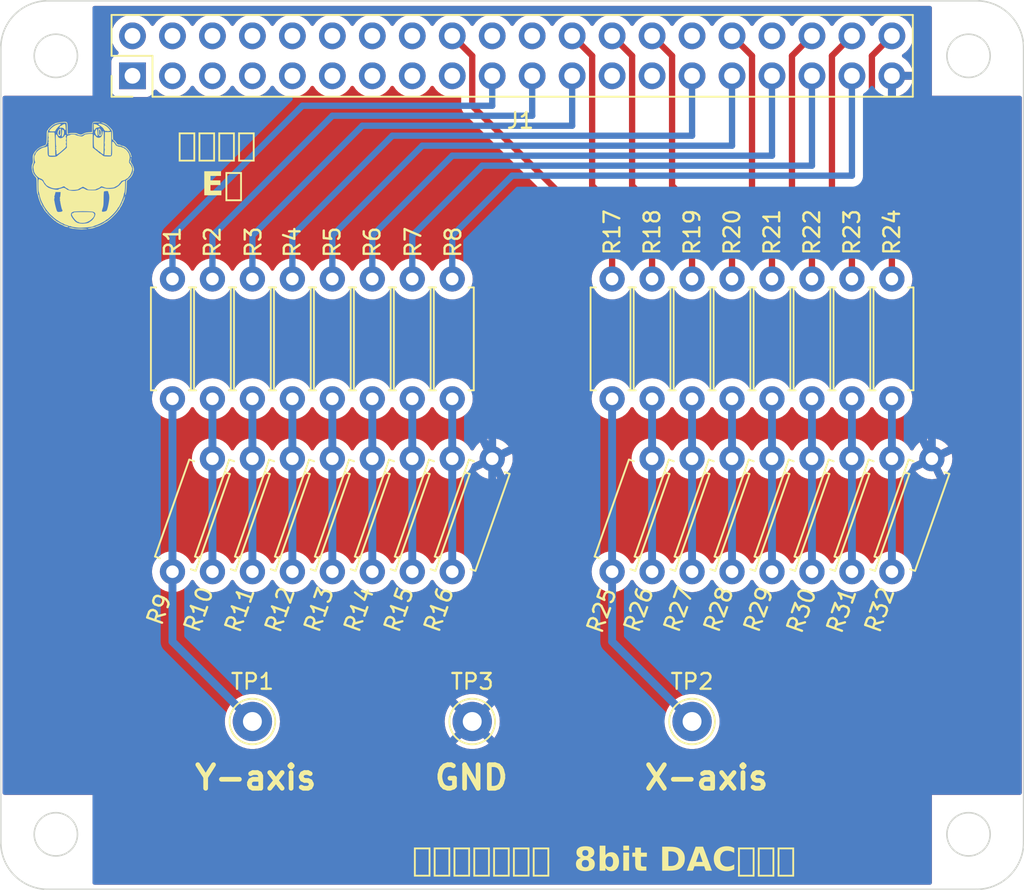
<source format=kicad_pcb>
(kicad_pcb (version 20221018) (generator pcbnew)
  (layers (0 "F.Cu" signal) (31 "B.Cu" signal) (34 "B.Paste" user) (35 "F.Paste" user) (36 "B.SilkS" user "B.Silkscreen") (37 "F.SilkS" user "F.Silkscreen") (38 "B.Mask" user) (39 "F.Mask" user) (44 "Edge.Cuts" user))
  (net 0 "")
  (net 1 "GND")
  (net 2 "Net-(R17-Pad2)")
  (net 3 "Net-(R1-Pad2)")
  (net 4 "axis_x6")
  (net 5 "Net-(R10-Pad1)")
  (net 6 "axis_x5")
  (net 7 "Net-(R11-Pad1)")
  (net 8 "axis_x4")
  (net 9 "Net-(R12-Pad1)")
  (net 10 "axis_x3")
  (net 11 "Net-(R13-Pad1)")
  (net 12 "axis_x2")
  (net 13 "Net-(R14-Pad1)")
  (net 14 "axis_x1")
  (net 15 "Net-(R15-Pad1)")
  (net 16 "Net-(R10-Pad2)")
  (net 17 "axis_y8")
  (net 18 "axis_y7")
  (net 19 "Net-(R18-Pad2)")
  (net 20 "axis_y6")
  (net 21 "Net-(R19-Pad2)")
  (net 22 "axis_y5")
  (net 23 "Net-(R20-Pad2)")
  (net 24 "axis_y4")
  (net 25 "Net-(R21-Pad2)")
  (net 26 "axis_y3")
  (net 27 "Net-(R22-Pad2)")
  (net 28 "axis_y2")
  (net 29 "Net-(R23-Pad2)")
  (net 30 "axis_y1")
  (net 31 "Net-(R24-Pad2)")
  (net 32 "axis_x7")
  (net 33 "axis_x8")
  (footprint "TestPoint:TestPoint_THTPad_D2.5mm_Drill1.2mm" (layer "F.Cu") (at 159.21 123.50213 90)
    (fp_text reference "TP3" (at 2.54 0 180) (layer "F.SilkS"))
    (fp_text value "TestPoint" hide)
    (pad "1" thru_hole circle (at 0 0 90) (size 2.5 2.5) (drill 1.2) (layers "*.Cu" "*.Mask") (net 1 "GND"))
  )
  (footprint "Resistor_THT:R_Axial_DIN0207_L6.3mm_D2.5mm_P7.62mm_Horizontal" (layer "F.Cu") (at 178.259924 106.792871 -109.47)
    (fp_text reference "R28" (at 10.16 0 70.53) (layer "F.SilkS"))
    (fp_text value "1k" hide)
    (pad "1" thru_hole circle (at 0 0 250.53) (size 1.6 1.6) (drill 0.8) (layers "*.Cu" "*.Mask") (net 25 "Net-(R21-Pad2)"))
    (pad "2" thru_hole oval (at 7.62 0 250.53) (size 1.6 1.6) (drill 0.8) (layers "*.Cu" "*.Mask") (net 23 "Net-(R20-Pad2)"))
  )
  (footprint "Resistor_THT:R_Axial_DIN0207_L6.3mm_D2.5mm_P7.62mm_Horizontal" (layer "F.Cu") (at 152.859924 95.362871 -90)
    (fp_text reference "R6" (at -2.340741 -0.000153 90) (layer "F.SilkS"))
    (fp_text value "2k" hide)
    (pad "1" thru_hole circle (at 0 0 270) (size 1.6 1.6) (drill 0.8) (layers "*.Cu" "*.Mask") (net 26 "axis_y3"))
    (pad "2" thru_hole oval (at 7.62 0 270) (size 1.6 1.6) (drill 0.8) (layers "*.Cu" "*.Mask") (net 11 "Net-(R13-Pad1)"))
  )
  (footprint "Resistor_THT:R_Axial_DIN0207_L6.3mm_D2.5mm_P7.62mm_Horizontal" (layer "F.Cu") (at 147.779924 106.792871 -109.47)
    (fp_text reference "R11" (at 10.159847 -0.045309 70.53) (layer "F.SilkS"))
    (fp_text value "1k" hide)
    (pad "1" thru_hole circle (at 0 0 250.53) (size 1.6 1.6) (drill 0.8) (layers "*.Cu" "*.Mask") (net 7 "Net-(R11-Pad1)"))
    (pad "2" thru_hole oval (at 7.62 0 250.53) (size 1.6 1.6) (drill 0.8) (layers "*.Cu" "*.Mask") (net 5 "Net-(R10-Pad1)"))
  )
  (footprint "Resistor_THT:R_Axial_DIN0207_L6.3mm_D2.5mm_P7.62mm_Horizontal" (layer "F.Cu") (at 157.939924 95.362871 -90)
    (fp_text reference "R8" (at -2.340741 -0.055923 90) (layer "F.SilkS"))
    (fp_text value "2k" hide)
    (pad "1" thru_hole circle (at 0 0 270) (size 1.6 1.6) (drill 0.8) (layers "*.Cu" "*.Mask") (net 30 "axis_y1"))
    (pad "2" thru_hole oval (at 7.62 0 270) (size 1.6 1.6) (drill 0.8) (layers "*.Cu" "*.Mask") (net 15 "Net-(R15-Pad1)"))
  )
  (footprint "Resistor_THT:R_Axial_DIN0207_L6.3mm_D2.5mm_P7.62mm_Horizontal" (layer "F.Cu") (at 140.159924 95.362871 -90)
    (fp_text reference "R1" (at -2.340741 -0.000153 90) (layer "F.SilkS"))
    (fp_text value "2k" hide)
    (pad "1" thru_hole circle (at 0 0 270) (size 1.6 1.6) (drill 0.8) (layers "*.Cu" "*.Mask") (net 17 "axis_y8"))
    (pad "2" thru_hole oval (at 7.62 0 270) (size 1.6 1.6) (drill 0.8) (layers "*.Cu" "*.Mask") (net 3 "Net-(R1-Pad2)"))
  )
  (footprint "Resistor_THT:R_Axial_DIN0207_L6.3mm_D2.5mm_P7.62mm_Horizontal" (layer "F.Cu") (at 185.879924 95.362871 -90)
    (fp_text reference "R24" (at -2.975741 0 90) (layer "F.SilkS"))
    (fp_text value "2k" hide)
    (pad "1" thru_hole circle (at 0 0 270) (size 1.6 1.6) (drill 0.8) (layers "*.Cu" "*.Mask") (net 14 "axis_x1"))
    (pad "2" thru_hole oval (at 7.62 0 270) (size 1.6 1.6) (drill 0.8) (layers "*.Cu" "*.Mask") (net 31 "Net-(R24-Pad2)"))
  )
  (footprint "Resistor_THT:R_Axial_DIN0207_L6.3mm_D2.5mm_P7.62mm_Horizontal" (layer "F.Cu") (at 175.719924 95.362871 -90)
    (fp_text reference "R20" (at -2.975741 -0.000153 90) (layer "F.SilkS"))
    (fp_text value "2k" hide)
    (pad "1" thru_hole circle (at 0 0 270) (size 1.6 1.6) (drill 0.8) (layers "*.Cu" "*.Mask") (net 6 "axis_x5"))
    (pad "2" thru_hole oval (at 7.62 0 270) (size 1.6 1.6) (drill 0.8) (layers "*.Cu" "*.Mask") (net 23 "Net-(R20-Pad2)"))
  )
  (footprint "Resistor_THT:R_Axial_DIN0207_L6.3mm_D2.5mm_P7.62mm_Horizontal" (layer "F.Cu") (at 160.479924 106.792871 -109.47)
    (fp_text reference "R16" (at 10.16 0 70.53) (layer "F.SilkS"))
    (fp_text value "2k" hide)
    (pad "1" thru_hole circle (at 0 0 250.53) (size 1.6 1.6) (drill 0.8) (layers "*.Cu" "*.Mask") (net 1 "GND"))
    (pad "2" thru_hole oval (at 7.62 0 250.53) (size 1.6 1.6) (drill 0.8) (layers "*.Cu" "*.Mask") (net 15 "Net-(R15-Pad1)"))
  )
  (footprint "Resistor_THT:R_Axial_DIN0207_L6.3mm_D2.5mm_P7.62mm_Horizontal" (layer "F.Cu") (at 155.399924 95.362871 -90)
    (fp_text reference "R7" (at -2.340741 -0.055923 90) (layer "F.SilkS"))
    (fp_text value "2k" hide)
    (pad "1" thru_hole circle (at 0 0 270) (size 1.6 1.6) (drill 0.8) (layers "*.Cu" "*.Mask") (net 28 "axis_y2"))
    (pad "2" thru_hole oval (at 7.62 0 270) (size 1.6 1.6) (drill 0.8) (layers "*.Cu" "*.Mask") (net 13 "Net-(R14-Pad1)"))
  )
  (footprint "Resistor_THT:R_Axial_DIN0207_L6.3mm_D2.5mm_P7.62mm_Horizontal" (layer "F.Cu") (at 145.239924 95.362871 -90)
    (fp_text reference "R3" (at -2.340741 -0.055923 90) (layer "F.SilkS"))
    (fp_text value "2k" hide)
    (pad "1" thru_hole circle (at 0 0 270) (size 1.6 1.6) (drill 0.8) (layers "*.Cu" "*.Mask") (net 20 "axis_y6"))
    (pad "2" thru_hole oval (at 7.62 0 270) (size 1.6 1.6) (drill 0.8) (layers "*.Cu" "*.Mask") (net 5 "Net-(R10-Pad1)"))
  )
  (footprint "denkimaru:denkimaru" (layer "F.Cu") (at 134.445 88.795)
    (fp_text reference "G***" hide)
    (fp_text value "LOGO" hide)
  )
  (footprint "TestPoint:TestPoint_THTPad_D2.5mm_Drill1.2mm" (layer "F.Cu") (at 173.180077 123.50213 90)
    (fp_text reference "TP2" (at 2.54 0 180) (layer "F.SilkS"))
    (fp_text value "TestPoint" hide)
    (pad "1" thru_hole circle (at 0 0 90) (size 2.5 2.5) (drill 1.2) (layers "*.Cu" "*.Mask") (net 2 "Net-(R17-Pad2)"))
  )
  (footprint "Resistor_THT:R_Axial_DIN0207_L6.3mm_D2.5mm_P7.62mm_Horizontal" (layer "F.Cu") (at 175.719924 106.792871 -109.47)
    (fp_text reference "R27" (at 10.159847 0 70.53) (layer "F.SilkS"))
    (fp_text value "1k" hide)
    (pad "1" thru_hole circle (at 0 0 250.53) (size 1.6 1.6) (drill 0.8) (layers "*.Cu" "*.Mask") (net 23 "Net-(R20-Pad2)"))
    (pad "2" thru_hole oval (at 7.62 0 250.53) (size 1.6 1.6) (drill 0.8) (layers "*.Cu" "*.Mask") (net 21 "Net-(R19-Pad2)"))
  )
  (footprint "TestPoint:TestPoint_THTPad_D2.5mm_Drill1.2mm" (layer "F.Cu") (at 145.240077 123.50213 90)
    (fp_text reference "TP1" (at 2.54 0 180) (layer "F.SilkS"))
    (fp_text value "TestPoint" hide)
    (pad "1" thru_hole circle (at 0 0 90) (size 2.5 2.5) (drill 1.2) (layers "*.Cu" "*.Mask") (net 3 "Net-(R1-Pad2)"))
  )
  (footprint "Resistor_THT:R_Axial_DIN0207_L6.3mm_D2.5mm_P7.62mm_Horizontal" (layer "F.Cu") (at 183.339924 95.362871 -90)
    (fp_text reference "R23" (at -2.975741 0 90) (layer "F.SilkS"))
    (fp_text value "2k" hide)
    (pad "1" thru_hole circle (at 0 0 270) (size 1.6 1.6) (drill 0.8) (layers "*.Cu" "*.Mask") (net 12 "axis_x2"))
    (pad "2" thru_hole oval (at 7.62 0 270) (size 1.6 1.6) (drill 0.8) (layers "*.Cu" "*.Mask") (net 29 "Net-(R23-Pad2)"))
  )
  (footprint "Resistor_THT:R_Axial_DIN0207_L6.3mm_D2.5mm_P7.62mm_Horizontal" (layer "F.Cu") (at 183.339924 106.792871 -109.47)
    (fp_text reference "R30" (at 10.159847 -0.199259 70.53) (layer "F.SilkS"))
    (fp_text value "1k" hide)
    (pad "1" thru_hole circle (at 0 0 250.53) (size 1.6 1.6) (drill 0.8) (layers "*.Cu" "*.Mask") (net 29 "Net-(R23-Pad2)"))
    (pad "2" thru_hole oval (at 7.62 0 250.53) (size 1.6 1.6) (drill 0.8) (layers "*.Cu" "*.Mask") (net 27 "Net-(R22-Pad2)"))
  )
  (footprint "Resistor_THT:R_Axial_DIN0207_L6.3mm_D2.5mm_P7.62mm_Horizontal" (layer "F.Cu") (at 142.699924 106.792871 -109.47)
    (fp_text reference "R9" (at 10.159847 0 70.53) (layer "F.SilkS"))
    (fp_text value "1k" hide)
    (pad "1" thru_hole circle (at 0 0 250.53) (size 1.6 1.6) (drill 0.8) (layers "*.Cu" "*.Mask") (net 16 "Net-(R10-Pad2)"))
    (pad "2" thru_hole oval (at 7.62 0 250.53) (size 1.6 1.6) (drill 0.8) (layers "*.Cu" "*.Mask") (net 3 "Net-(R1-Pad2)"))
  )
  (footprint "Resistor_THT:R_Axial_DIN0207_L6.3mm_D2.5mm_P7.62mm_Horizontal" (layer "F.Cu") (at 170.639924 95.362871 -90)
    (fp_text reference "R18" (at -2.975741 0 90) (layer "F.SilkS"))
    (fp_text value "2k" hide)
    (pad "1" thru_hole circle (at 0 0 270) (size 1.6 1.6) (drill 0.8) (layers "*.Cu" "*.Mask") (net 32 "axis_x7"))
    (pad "2" thru_hole oval (at 7.62 0 270) (size 1.6 1.6) (drill 0.8) (layers "*.Cu" "*.Mask") (net 19 "Net-(R18-Pad2)"))
  )
  (footprint "Resistor_THT:R_Axial_DIN0207_L6.3mm_D2.5mm_P7.62mm_Horizontal" (layer "F.Cu") (at 147.779924 95.362871 -90)
    (fp_text reference "R4" (at -2.340741 -0.000153 90) (layer "F.SilkS"))
    (fp_text value "2k" hide)
    (pad "1" thru_hole circle (at 0 0 270) (size 1.6 1.6) (drill 0.8) (layers "*.Cu" "*.Mask") (net 22 "axis_y5"))
    (pad "2" thru_hole oval (at 7.62 0 270) (size 1.6 1.6) (drill 0.8) (layers "*.Cu" "*.Mask") (net 7 "Net-(R11-Pad1)"))
  )
  (footprint "Resistor_THT:R_Axial_DIN0207_L6.3mm_D2.5mm_P7.62mm_Horizontal" (layer "F.Cu") (at 188.419924 106.792871 -109.47)
    (fp_text reference "R32" (at 10.159847 -0.072547 70.53) (layer "F.SilkS"))
    (fp_text value "2k" hide)
    (pad "1" thru_hole circle (at 0 0 250.53) (size 1.6 1.6) (drill 0.8) (layers "*.Cu" "*.Mask") (net 1 "GND"))
    (pad "2" thru_hole oval (at 7.62 0 250.53) (size 1.6 1.6) (drill 0.8) (layers "*.Cu" "*.Mask") (net 31 "Net-(R24-Pad2)"))
  )
  (footprint "Resistor_THT:R_Axial_DIN0207_L6.3mm_D2.5mm_P7.62mm_Horizontal" (layer "F.Cu") (at 178.259924 95.362871 -90)
    (fp_text reference "R21" (at -2.975741 0 90) (layer "F.SilkS"))
    (fp_text value "2k" hide)
    (pad "1" thru_hole circle (at 0 0 270) (size 1.6 1.6) (drill 0.8) (layers "*.Cu" "*.Mask") (net 8 "axis_x4"))
    (pad "2" thru_hole oval (at 7.62 0 270) (size 1.6 1.6) (drill 0.8) (layers "*.Cu" "*.Mask") (net 25 "Net-(R21-Pad2)"))
  )
  (footprint "Resistor_THT:R_Axial_DIN0207_L6.3mm_D2.5mm_P7.62mm_Horizontal" (layer "F.Cu") (at 150.319924 95.362871 -90)
    (fp_text reference "R5" (at -2.340741 -0.000153 90) (layer "F.SilkS"))
    (fp_text value "2k" hide)
    (pad "1" thru_hole circle (at 0 0 270) (size 1.6 1.6) (drill 0.8) (layers "*.Cu" "*.Mask") (net 24 "axis_y4"))
    (pad "2" thru_hole oval (at 7.62 0 270) (size 1.6 1.6) (drill 0.8) (layers "*.Cu" "*.Mask") (net 9 "Net-(R12-Pad1)"))
  )
  (footprint "Resistor_THT:R_Axial_DIN0207_L6.3mm_D2.5mm_P7.62mm_Horizontal" (layer "F.Cu") (at 155.399924 106.792871 -109.47)
    (fp_text reference "R14" (at 10.159847 0 70.53) (layer "F.SilkS"))
    (fp_text value "1k" hide)
    (pad "1" thru_hole circle (at 0 0 250.53) (size 1.6 1.6) (drill 0.8) (layers "*.Cu" "*.Mask") (net 13 "Net-(R14-Pad1)"))
    (pad "2" thru_hole oval (at 7.62 0 250.53) (size 1.6 1.6) (drill 0.8) (layers "*.Cu" "*.Mask") (net 11 "Net-(R13-Pad1)"))
  )
  (footprint "Resistor_THT:R_Axial_DIN0207_L6.3mm_D2.5mm_P7.62mm_Horizontal" (layer "F.Cu") (at 157.939924 106.792871 -109.47)
    (fp_text reference "R15" (at 10.16 0 70.53) (layer "F.SilkS"))
    (fp_text value "1k" hide)
    (pad "1" thru_hole circle (at 0 0 250.53) (size 1.6 1.6) (drill 0.8) (layers "*.Cu" "*.Mask") (net 15 "Net-(R15-Pad1)"))
    (pad "2" thru_hole oval (at 7.62 0 250.53) (size 1.6 1.6) (drill 0.8) (layers "*.Cu" "*.Mask") (net 13 "Net-(R14-Pad1)"))
  )
  (footprint "Connector_PinHeader_2.54mm:PinHeader_2x20_P2.54mm_Vertical" (layer "F.Cu") (at 137.62 82.445 90)
    (fp_text reference "J1" (at -2.85 24.65 180) (layer "F.SilkS"))
    (fp_text value "Conn_02x20_Odd_Even" hide)
    (pad "1" thru_hole rect (at 0 0 90) (size 1.7 1.7) (drill 1) (layers "*.Cu" "*.Mask"))
    (pad "2" thru_hole oval (at 2.54 0 90) (size 1.7 1.7) (drill 1) (layers "*.Cu" "*.Mask"))
    (pad "3" thru_hole oval (at 0 2.54 90) (size 1.7 1.7) (drill 1) (layers "*.Cu" "*.Mask"))
    (pad "4" thru_hole oval (at 2.54 2.54 90) (size 1.7 1.7) (drill 1) (layers "*.Cu" "*.Mask"))
    (pad "5" thru_hole oval (at 0 5.08 90) (size 1.7 1.7) (drill 1) (layers "*.Cu" "*.Mask"))
    (pad "6" thru_hole oval (at 2.54 5.08 90) (size 1.7 1.7) (drill 1) (layers "*.Cu" "*.Mask"))
    (pad "7" thru_hole oval (at 0 7.62 90) (size 1.7 1.7) (drill 1) (layers "*.Cu" "*.Mask"))
    (pad "8" thru_hole oval (at 2.54 7.62 90) (size 1.7 1.7) (drill 1) (layers "*.Cu" "*.Mask"))
    (pad "9" thru_hole oval (at 0 10.16 90) (size 1.7 1.7) (drill 1) (layers "*.Cu" "*.Mask"))
    (pad "10" thru_hole oval (at 2.54 10.16 90) (size 1.7 1.7) (drill 1) (layers "*.Cu" "*.Mask"))
    (pad "11" thru_hole oval (at 0 12.7 90) (size 1.7 1.7) (drill 1) (layers "*.Cu" "*.Mask"))
    (pad "12" thru_hole oval (at 2.54 12.7 90) (size 1.7 1.7) (drill 1) (layers "*.Cu" "*.Mask"))
    (pad "13" thru_hole oval (at 0 15.24 90) (size 1.7 1.7) (drill 1) (layers "*.Cu" "*.Mask"))
    (pad "14" thru_hole oval (at 2.54 15.24 90) (size 1.7 1.7) (drill 1) (layers "*.Cu" "*.Mask"))
    (pad "15" thru_hole oval (at 0 17.78 90) (size 1.7 1.7) (drill 1) (layers "*.Cu" "*.Mask"))
    (pad "16" thru_hole oval (at 2.54 17.78 90) (size 1.7 1.7) (drill 1) (layers "*.Cu" "*.Mask"))
    (pad "17" thru_hole oval (at 0 20.32 90) (size 1.7 1.7) (drill 1) (layers "*.Cu" "*.Mask"))
    (pad "18" thru_hole oval (at 2.54 20.32 90) (size 1.7 1.7) (drill 1) (layers "*.Cu" "*.Mask") (net 33 "axis_x8"))
    (pad "19" thru_hole oval (at 0 22.86 90) (size 1.7 1.7) (drill 1) (layers "*.Cu" "*.Mask") (net 17 "axis_y8"))
    (pad "20" thru_hole oval (at 2.54 22.86 90) (size 1.7 1.7) (drill 1) (layers "*.Cu" "*.Mask"))
    (pad "21" thru_hole oval (at 0 25.4 90) (size 1.7 1.7) (drill 1) (layers "*.Cu" "*.Mask") (net 18 "axis_y7"))
    (pad "22" thru_hole oval (at 2.54 25.4 90) (size 1.7 1.7) (drill 1) (layers "*.Cu" "*.Mask"))
    (pad "23" thru_hole oval (at 0 27.94 90) (size 1.7 1.7) (drill 1) (layers "*.Cu" "*.Mask") (net 20 "axis_y6"))
    (pad "24" thru_hole oval (at 2.54 27.94 90) (size 1.7 1.7) (drill 1) (layers "*.Cu" "*.Mask") (net 32 "axis_x7"))
    (pad "25" thru_hole oval (at 0 30.48 90) (size 1.7 1.7) (drill 1) (layers "*.Cu" "*.Mask"))
    (pad "26" thru_hole oval (at 2.54 30.48 90) (size 1.7 1.7) (drill 1) (layers "*.Cu" "*.Mask") (net 4 "axis_x6"))
    (pad "27" thru_hole oval (at 0 33.02 90) (size 1.7 1.7) (drill 1) (layers "*.Cu" "*.Mask"))
    (pad "28" thru_hole oval (at 2.54 33.02 90) (size 1.7 1.7) (drill 1) (layers "*.Cu" "*.Mask") (net 6 "axis_x5"))
    (pad "29" thru_hole oval (at 0 35.56 90) (size 1.7 1.7) (drill 1) (layers "*.Cu" "*.Mask") (net 22 "axis_y5"))
    (pad "30" thru_hole oval (at 2.54 35.56 90) (size 1.7 1.7) (drill 1) (layers "*.Cu" "*.Mask"))
    (pad "31" thru_hole oval (at 0 38.1 90) (size 1.7 1.7) (drill 1) (layers "*.Cu" "*.Mask") (net 24 "axis_y4"))
    (pad "32" thru_hole oval (at 2.54 38.1 90) (size 1.7 1.7) (drill 1) (layers "*.Cu" "*.Mask") (net 8 "axis_x4"))
    (pad "33" thru_hole oval (at 0 40.64 90) (size 1.7 1.7) (drill 1) (layers "*.Cu" "*.Mask") (net 26 "axis_y3"))
    (pad "34" thru_hole oval (at 2.54 40.64 90) (size 1.7 1.7) (drill 1) (layers "*.Cu" "*.Mask"))
    (pad "35" thru_hole oval (at 0 43.18 90) (size 1.7 1.7) (drill 1) (layers "*.Cu" "*.Mask") (net 28 "axis_y2"))
    (pad "36" thru_hole oval (at 2.54 43.18 90) (size 1.7 1.7) (drill 1) (layers "*.Cu" "*.Mask") (net 10 "axis_x3"))
    (pad "37" thru_hole oval (at 0 45.72 90) (size 1.7 1.7) (drill 1) (layers "*.Cu" "*.Mask") (net 30 "axis_y1"))
    (pad "38" thru_hole oval (at 2.54 45.72 90) (size 1.7 1.7) (drill 1) (layers "*.Cu" "*.Mask") (net 12 "axis_x2"))
    (pad "39" thru_hole oval (at 0 48.26 90) (size 1.7 1.7) (drill 1) (layers "*.Cu" "*.Mask") (net 1 "GND"))
    (pad "40" thru_hole oval (at 2.54 48.26 90) (size 1.7 1.7) (drill 1) (layers "*.Cu" "*.Mask") (net 14 "axis_x1"))
  )
  (footprint "Resistor_THT:R_Axial_DIN0207_L6.3mm_D2.5mm_P7.62mm_Horizontal" (layer "F.Cu") (at 185.879924 106.792871 -109.47)
    (fp_text reference "R31" (at 10.159847 -0.199259 70.53) (layer "F.SilkS"))
    (fp_text value "1k" hide)
    (pad "1" thru_hole circle (at 0 0 250.53) (size 1.6 1.6) (drill 0.8) (layers "*.Cu" "*.Mask") (net 31 "Net-(R24-Pad2)"))
    (pad "2" thru_hole oval (at 7.62 0 250.53) (size 1.6 1.6) (drill 0.8) (layers "*.Cu" "*.Mask") (net 29 "Net-(R23-Pad2)"))
  )
  (footprint "Resistor_THT:R_Axial_DIN0207_L6.3mm_D2.5mm_P7.62mm_Horizontal" (layer "F.Cu") (at 152.859924 106.792871 -109.47)
    (fp_text reference "R13" (at 10.16 0 70.53) (layer "F.SilkS"))
    (fp_text value "1k" hide)
    (pad "1" thru_hole circle (at 0 0 250.53) (size 1.6 1.6) (drill 0.8) (layers "*.Cu" "*.Mask") (net 11 "Net-(R13-Pad1)"))
    (pad "2" thru_hole oval (at 7.62 0 250.53) (size 1.6 1.6) (drill 0.8) (layers "*.Cu" "*.Mask") (net 9 "Net-(R12-Pad1)"))
  )
  (footprint "Resistor_THT:R_Axial_DIN0207_L6.3mm_D2.5mm_P7.62mm_Horizontal" (layer "F.Cu") (at 180.799924 95.362871 -90)
    (fp_text reference "R22" (at -2.975741 0 90) (layer "F.SilkS"))
    (fp_text value "2k" hide)
    (pad "1" thru_hole circle (at 0 0 270) (size 1.6 1.6) (drill 0.8) (layers "*.Cu" "*.Mask") (net 10 "axis_x3"))
    (pad "2" thru_hole oval (at 7.62 0 270) (size 1.6 1.6) (drill 0.8) (layers "*.Cu" "*.Mask") (net 27 "Net-(R22-Pad2)"))
  )
  (footprint "Resistor_THT:R_Axial_DIN0207_L6.3mm_D2.5mm_P7.62mm_Horizontal" (layer "F.Cu") (at 170.639924 106.792871 -109.47)
    (fp_text reference "R25" (at 10.159847 -0.199259 70.53) (layer "F.SilkS"))
    (fp_text value "1k" hide)
    (pad "1" thru_hole circle (at 0 0 250.53) (size 1.6 1.6) (drill 0.8) (layers "*.Cu" "*.Mask") (net 19 "Net-(R18-Pad2)"))
    (pad "2" thru_hole oval (at 7.62 0 250.53) (size 1.6 1.6) (drill 0.8) (layers "*.Cu" "*.Mask") (net 2 "Net-(R17-Pad2)"))
  )
  (footprint "Resistor_THT:R_Axial_DIN0207_L6.3mm_D2.5mm_P7.62mm_Horizontal" (layer "F.Cu") (at 173.179924 106.792871 -109.47)
    (fp_text reference "R26" (at 10.159847 0 70.53) (layer "F.SilkS"))
    (fp_text value "1k" hide)
    (pad "1" thru_hole circle (at 0 0 250.53) (size 1.6 1.6) (drill 0.8) (layers "*.Cu" "*.Mask") (net 21 "Net-(R19-Pad2)"))
    (pad "2" thru_hole oval (at 7.62 0 250.53) (size 1.6 1.6) (drill 0.8) (layers "*.Cu" "*.Mask") (net 19 "Net-(R18-Pad2)"))
  )
  (footprint "Resistor_THT:R_Axial_DIN0207_L6.3mm_D2.5mm_P7.62mm_Horizontal" (layer "F.Cu") (at 173.179924 95.362871 -90)
    (fp_text reference "R19" (at -2.975741 -0.000153 90) (layer "F.SilkS"))
    (fp_text value "2k" hide)
    (pad "1" thru_hole circle (at 0 0 270) (size 1.6 1.6) (drill 0.8) (layers "*.Cu" "*.Mask") (net 4 "axis_x6"))
    (pad "2" thru_hole oval (at 7.62 0 270) (size 1.6 1.6) (drill 0.8) (layers "*.Cu" "*.Mask") (net 21 "Net-(R19-Pad2)"))
  )
  (footprint "Resistor_THT:R_Axial_DIN0207_L6.3mm_D2.5mm_P7.62mm_Horizontal" (layer "F.Cu") (at 180.799924 106.792871 -109.47)
    (fp_text reference "R29" (at 10.159847 0 70.53) (layer "F.SilkS"))
    (fp_text value "1k" hide)
    (pad "1" thru_hole circle (at 0 0 250.53) (size 1.6 1.6) (drill 0.8) (layers "*.Cu" "*.Mask") (net 27 "Net-(R22-Pad2)"))
    (pad "2" thru_hole oval (at 7.62 0 250.53) (size 1.6 1.6) (drill 0.8) (layers "*.Cu" "*.Mask") (net 25 "Net-(R21-Pad2)"))
  )
  (footprint "Resistor_THT:R_Axial_DIN0207_L6.3mm_D2.5mm_P7.62mm_Horizontal" (layer "F.Cu") (at 142.699924 95.362871 -90)
    (fp_text reference "R2" (at -2.340741 -0.000153 90) (layer "F.SilkS"))
    (fp_text value "2k" hide)
    (pad "1" thru_hole circle (at 0 0 270) (size 1.6 1.6) (drill 0.8) (layers "*.Cu" "*.Mask") (net 18 "axis_y7"))
    (pad "2" thru_hole oval (at 7.62 0 270) (size 1.6 1.6) (drill 0.8) (layers "*.Cu" "*.Mask") (net 16 "Net-(R10-Pad2)"))
  )
  (footprint "Resistor_THT:R_Axial_DIN0207_L6.3mm_D2.5mm_P7.62mm_Horizontal" (layer "F.Cu") (at 145.239924 106.792871 -109.47)
    (fp_text reference "R10" (at 10.16 0.021252 70.53) (layer "F.SilkS"))
    (fp_text value "1k" hide)
    (pad "1" thru_hole circle (at 0 0 250.53) (size 1.6 1.6) (drill 0.8) (layers "*.Cu" "*.Mask") (net 5 "Net-(R10-Pad1)"))
    (pad "2" thru_hole oval (at 7.62 0 250.53) (size 1.6 1.6) (drill 0.8) (layers "*.Cu" "*.Mask") (net 16 "Net-(R10-Pad2)"))
  )
  (footprint "Resistor_THT:R_Axial_DIN0207_L6.3mm_D2.5mm_P7.62mm_Horizontal" (layer "F.Cu") (at 168.099924 95.362871 -90)
    (fp_text reference "R17" (at -2.975741 0 90) (layer "F.SilkS"))
    (fp_text value "2k" hide)
    (pad "1" thru_hole circle (at 0 0 270) (size 1.6 1.6) (drill 0.8) (layers "*.Cu" "*.Mask") (net 33 "axis_x8"))
    (pad "2" thru_hole oval (at 7.62 0 270) (size 1.6 1.6) (drill 0.8) (layers "*.Cu" "*.Mask") (net 2 "Net-(R17-Pad2)"))
  )
  (footprint "Resistor_THT:R_Axial_DIN0207_L6.3mm_D2.5mm_P7.62mm_Horizontal" (layer "F.Cu") (at 150.319924 106.792871 -109.47)
    (fp_text reference "R12" (at 10.159847 -0.059451 70.53) (layer "F.SilkS"))
    (fp_text value "1k" hide)
    (pad "1" thru_hole circle (at 0 0 250.53) (size 1.6 1.6) (drill 0.8) (layers "*.Cu" "*.Mask") (net 9 "Net-(R12-Pad1)"))
    (pad "2" thru_hole oval (at 7.62 0 250.53) (size 1.6 1.6) (drill 0.8) (layers "*.Cu" "*.Mask") (net 7 "Net-(R11-Pad1)"))
  )
  (gr_circle (center 132.75 81.175) (end 134.125 81.175) (stroke (width 0.1)) (fill none) (layer "Edge.Cuts"))
  (gr_circle (center 190.75 81.175) (end 192.125 81.175) (stroke (width 0.1)) (fill none) (layer "Edge.Cuts"))
  (gr_arc (start 194.25 131.175) (mid 193.37132 133.29632) (end 191.25 134.175) (stroke (width 0.1)) (layer "Edge.Cuts"))
  (gr_line (start 132.25 77.675) (end 191.25 77.675) (stroke (width 0.1)) (layer "Edge.Cuts"))
  (gr_arc (start 129.25 80.675) (mid 130.12868 78.55368) (end 132.25 77.675) (stroke (width 0.1)) (layer "Edge.Cuts"))
  (gr_line (start 194.25 80.675) (end 194.25 131.175) (stroke (width 0.1)) (layer "Edge.Cuts"))
  (gr_arc (start 191.25 77.675) (mid 193.37132 78.55368) (end 194.25 80.675) (stroke (width 0.1)) (layer "Edge.Cuts"))
  (gr_line (start 129.25 80.675) (end 129.25 131.175) (stroke (width 0.1)) (layer "Edge.Cuts"))
  (gr_line (start 132.25 134.175) (end 191.25 134.175) (stroke (width 0.1)) (layer "Edge.Cuts"))
  (gr_circle (center 132.75 130.675) (end 134.125 130.675) (stroke (width 0.1)) (fill none) (layer "Edge.Cuts"))
  (gr_arc (start 132.25 134.175) (mid 130.12868 133.29632) (end 129.25 131.175) (stroke (width 0.1)) (layer "Edge.Cuts"))
  (gr_circle (center 190.75 130.675) (end 192.125 130.675) (stroke (width 0.1)) (fill none) (layer "Edge.Cuts"))
  (gr_text "沼津高専 \nE科" (at 143.335 88.16) (layer "F.SilkS") (effects (font (size 1.5 1.5) (thickness 0.3) bold)))
  (gr_text "オシロお絵描き  8bit DACボード" (at 155.4 133.245) (layer "F.SilkS") (effects (font (size 1.5 1.5) (thickness 0.3) bold) (justify left bottom)))
  (gr_text "Y-axis" (at 141.430077 127.94713) (layer "F.SilkS") (effects (font (size 1.5 1.5) (thickness 0.3) bold) (justify left bottom)))
  (gr_text "X-axis" (at 170.005077 127.94713) (layer "F.SilkS") (effects (font (size 1.5 1.5) (thickness 0.3) bold) (justify left bottom)))
  (gr_text "GND" (at 156.67 127.94713) (layer "F.SilkS") (effects (font (size 1.5 1.5) (thickness 0.3) bold) (justify left bottom)))
  (segment (start 163.02 90.065) (end 160.479924 92.605076) (width 0.5) (layer "B.Cu") (net 1))
  (segment (start 188.419924 92.605076) (end 188.419924 106.792871) (width 0.5) (layer "B.Cu") (net 1))
  (segment (start 160.479924 106.792871) (end 160.479924 122.232206) (width 0.5) (layer "B.Cu") (net 1))
  (segment (start 185.88 90.065) (end 188.42 92.605) (width 0.5) (layer "B.Cu") (net 1))
  (segment (start 160.479924 92.605076) (end 160.479924 106.792871) (width 0.5) (layer "B.Cu") (net 1))
  (segment (start 188.42 92.605) (end 188.419924 92.605076) (width 0.25) (layer "B.Cu") (net 1))
  (segment (start 185.88 90.065) (end 163.02 90.065) (width 0.5) (layer "B.Cu") (net 1))
  (segment (start 185.88 82.445) (end 185.88 90.065) (width 0.5) (layer "B.Cu") (net 1))
  (segment (start 185.88 90.065) (end 185.88 89.430153) (width 0.25) (layer "B.Cu") (net 1))
  (segment (start 160.479924 106.792871) (end 160.480077 106.793024) (width 0.25) (layer "B.Cu") (net 1))
  (segment (start 160.479924 122.232206) (end 159.21 123.50213) (width 0.5) (layer "B.Cu") (net 1))
  (segment (start 185.88 89.430153) (end 185.880153 89.43) (width 0.25) (layer "B.Cu") (net 1))
  (segment (start 168.099924 102.982871) (end 168.099924 113.976977) (width 0.5) (layer "B.Cu") (net 2))
  (segment (start 173.180077 123.50213) (end 168.100077 118.42213) (width 0.5) (layer "B.Cu") (net 2))
  (segment (start 168.099924 113.976977) (end 168.100077 113.97713) (width 0.25) (layer "B.Cu") (net 2))
  (segment (start 168.100077 118.42213) (end 168.100077 113.97713) (width 0.5) (layer "B.Cu") (net 2))
  (segment (start 140.159924 113.976977) (end 140.160077 113.97713) (width 0.25) (layer "B.Cu") (net 3))
  (segment (start 140.159924 102.982871) (end 140.159924 113.976977) (width 0.5) (layer "B.Cu") (net 3))
  (segment (start 140.160077 118.42213) (end 140.160077 113.97713) (width 0.5) (layer "B.Cu") (net 3))
  (segment (start 145.240077 123.50213) (end 140.160077 118.42213) (width 0.5) (layer "B.Cu") (net 3))
  (segment (start 140.159924 113.977283) (end 140.160077 113.97713) (width 0.25) (layer "B.Cu") (net 3))
  (segment (start 169.37 89.43) (end 169.37 81.175) (width 0.4) (layer "F.Cu") (net 4))
  (segment (start 169.37 81.175) (end 168.1 79.905) (width 0.4) (layer "F.Cu") (net 4))
  (segment (start 173.18 93.24) (end 169.37 89.43) (width 0.4) (layer "F.Cu") (net 4))
  (segment (start 173.179924 95.362871) (end 173.179924 93.240076) (width 0.4) (layer "F.Cu") (net 4))
  (segment (start 173.179924 93.240076) (end 173.18 93.24) (width 0.25) (layer "F.Cu") (net 4))
  (segment (start 145.239924 113.976977) (end 145.240077 113.97713) (width 0.25) (layer "B.Cu") (net 5))
  (segment (start 145.239924 106.792871) (end 145.239924 113.976977) (width 0.5) (layer "B.Cu") (net 5))
  (segment (start 145.239924 102.982871) (end 145.239924 106.792871) (width 0.5) (layer "B.Cu") (net 5))
  (segment (start 171.91 89.43) (end 171.91 81.175) (width 0.4) (layer "F.Cu") (net 6))
  (segment (start 175.72 93.24) (end 171.91 89.43) (width 0.4) (layer "F.Cu") (net 6))
  (segment (start 175.719924 95.362871) (end 175.719924 93.240076) (width 0.4) (layer "F.Cu") (net 6))
  (segment (start 175.719924 93.240076) (end 175.72 93.24) (width 0.25) (layer "F.Cu") (net 6))
  (segment (start 171.91 81.175) (end 170.64 79.905) (width 0.4) (layer "F.Cu") (net 6))
  (segment (start 147.779924 113.976977) (end 147.780077 113.97713) (width 0.25) (layer "B.Cu") (net 7))
  (segment (start 147.779924 102.982871) (end 147.779924 113.976977) (width 0.5) (layer "B.Cu") (net 7))
  (segment (start 176.99 81.175) (end 176.99 91.97) (width 0.4) (layer "F.Cu") (net 8))
  (segment (start 176.99 91.97) (end 178.259924 93.239924) (width 0.4) (layer "F.Cu") (net 8))
  (segment (start 178.259924 93.239924) (end 178.259924 95.362871) (width 0.4) (layer "F.Cu") (net 8))
  (segment (start 175.72 79.905) (end 176.99 81.175) (width 0.4) (layer "F.Cu") (net 8))
  (segment (start 150.319924 102.982871) (end 150.319924 113.976977) (width 0.5) (layer "B.Cu") (net 9))
  (segment (start 150.319924 113.976977) (end 150.320077 113.97713) (width 0.25) (layer "B.Cu") (net 9))
  (segment (start 180.8 79.905) (end 179.53 81.175) (width 0.4) (layer "F.Cu") (net 10))
  (segment (start 179.53 91.970152) (end 180.799924 93.240076) (width 0.4) (layer "F.Cu") (net 10))
  (segment (start 179.53 81.175) (end 179.53 91.970152) (width 0.4) (layer "F.Cu") (net 10))
  (segment (start 180.799924 93.240076) (end 180.799924 95.362871) (width 0.4) (layer "F.Cu") (net 10))
  (segment (start 152.859924 102.982871) (end 152.859924 113.976977) (width 0.5) (layer "B.Cu") (net 11))
  (segment (start 152.859924 113.976977) (end 152.860077 113.97713) (width 0.25) (layer "B.Cu") (net 11))
  (segment (start 183.339924 93.240076) (end 183.339924 95.362871) (width 0.4) (layer "F.Cu") (net 12))
  (segment (start 183.34 79.905) (end 182.07 81.175) (width 0.4) (layer "F.Cu") (net 12))
  (segment (start 182.07 91.970152) (end 183.339924 93.240076) (width 0.4) (layer "F.Cu") (net 12))
  (segment (start 182.07 81.175) (end 182.07 91.970152) (width 0.4) (layer "F.Cu") (net 12))
  (segment (start 155.399924 102.982871) (end 155.399924 113.976977) (width 0.5) (layer "B.Cu") (net 13))
  (segment (start 155.399924 113.976977) (end 155.400077 113.97713) (width 0.25) (layer "B.Cu") (net 13))
  (segment (start 185.88 79.905) (end 184.61 81.175) (width 0.4) (layer "F.Cu") (net 14))
  (segment (start 184.61 81.175) (end 184.61 91.970152) (width 0.4) (layer "F.Cu") (net 14))
  (segment (start 184.61 91.970152) (end 185.879924 93.240076) (width 0.4) (layer "F.Cu") (net 14))
  (segment (start 185.879924 93.240076) (end 185.879924 95.362871) (width 0.4) (layer "F.Cu") (net 14))
  (segment (start 157.939924 113.976977) (end 157.940077 113.97713) (width 0.25) (layer "B.Cu") (net 15))
  (segment (start 157.939924 102.982871) (end 157.939924 113.976977) (width 0.5) (layer "B.Cu") (net 15))
  (segment (start 142.699924 106.792871) (end 142.699924 113.976977) (width 0.5) (layer "B.Cu") (net 16))
  (segment (start 142.699924 102.982871) (end 142.699924 106.792871) (width 0.5) (layer "B.Cu") (net 16))
  (segment (start 142.699924 113.976977) (end 142.700077 113.97713) (width 0.25) (layer "B.Cu") (net 16))
  (segment (start 160.48 84.35) (end 148.415 84.35) (width 0.4) (layer "B.Cu") (net 17))
  (segment (start 160.48 82.445) (end 160.48 84.35) (width 0.4) (layer "B.Cu") (net 17))
  (segment (start 148.415 84.35) (end 140.159924 92.605076) (width 0.4) (layer "B.Cu") (net 17))
  (segment (start 140.159924 92.605076) (end 140.159924 95.362871) (width 0.4) (layer "B.Cu") (net 17))
  (segment (start 163.02 82.445) (end 163.02 84.985) (width 0.4) (layer "B.Cu") (net 18))
  (segment (start 150.32 84.985) (end 142.699924 92.605076) (width 0.4) (layer "B.Cu") (net 18))
  (segment (start 142.699924 92.605076) (end 142.699924 95.362871) (width 0.4) (layer "B.Cu") (net 18))
  (segment (start 163.02 84.985) (end 150.32 84.985) (width 0.4) (layer "B.Cu") (net 18))
  (segment (start 170.639924 113.976977) (end 170.640077 113.97713) (width 0.25) (layer "B.Cu") (net 19))
  (segment (start 170.639924 102.982871) (end 170.639924 113.976977) (width 0.5) (layer "B.Cu") (net 19))
  (segment (start 165.56 82.445) (end 165.56 85.62) (width 0.4) (layer "B.Cu") (net 20))
  (segment (start 152.225 85.62) (end 145.239924 92.605076) (width 0.4) (layer "B.Cu") (net 20))
  (segment (start 165.56 85.62) (end 152.225 85.62) (width 0.4) (layer "B.Cu") (net 20))
  (segment (start 145.239924 92.605076) (end 145.239924 95.362871) (width 0.4) (layer "B.Cu") (net 20))
  (segment (start 173.179924 102.982871) (end 173.179924 113.976977) (width 0.5) (layer "B.Cu") (net 21))
  (segment (start 173.179924 113.976977) (end 173.180077 113.97713) (width 0.25) (layer "B.Cu") (net 21))
  (segment (start 154.13 86.255) (end 147.779924 92.605076) (width 0.4) (layer "B.Cu") (net 22))
  (segment (start 173.18 82.445) (end 173.18 86.255) (width 0.4) (layer "B.Cu") (net 22))
  (segment (start 147.779924 92.605076) (end 147.779924 95.362871) (width 0.4) (layer "B.Cu") (net 22))
  (segment (start 173.18 86.255) (end 154.13 86.255) (width 0.4) (layer "B.Cu") (net 22))
  (segment (start 175.719924 113.976977) (end 175.720077 113.97713) (width 0.25) (layer "B.Cu") (net 23))
  (segment (start 175.719924 102.982871) (end 175.719924 113.976977) (width 0.5) (layer "B.Cu") (net 23))
  (segment (start 175.72 86.89) (end 156.035 86.89) (width 0.4) (layer "B.Cu") (net 24))
  (segment (start 150.319924 92.605076) (end 150.319924 95.362871) (width 0.4) (layer "B.Cu") (net 24))
  (segment (start 156.035 86.89) (end 150.319924 92.605076) (width 0.4) (layer "B.Cu") (net 24))
  (segment (start 175.72 82.445) (end 175.72 86.89) (width 0.4) (layer "B.Cu") (net 24))
  (segment (start 178.259924 102.982871) (end 178.259924 113.976977) (width 0.5) (layer "B.Cu") (net 25))
  (segment (start 178.259924 113.976977) (end 178.260077 113.97713) (width 0.25) (layer "B.Cu") (net 25))
  (segment (start 157.94 87.525) (end 152.859924 92.605076) (width 0.4) (layer "B.Cu") (net 26))
  (segment (start 178.26 82.445) (end 178.26 87.525) (width 0.4) (layer "B.Cu") (net 26))
  (segment (start 152.859924 92.605076) (end 152.859924 95.362871) (width 0.4) (layer "B.Cu") (net 26))
  (segment (start 178.26 87.525) (end 157.94 87.525) (width 0.4) (layer "B.Cu") (net 26))
  (segment (start 180.800077 102.983024) (end 180.799924 102.982871) (width 0.25) (layer "B.Cu") (net 27))
  (segment (start 180.800077 113.97713) (end 180.800077 102.983024) (width 0.5) (layer "B.Cu") (net 27))
  (segment (start 155.399924 92.605076) (end 155.399924 95.362871) (width 0.4) (layer "B.Cu") (net 28))
  (segment (start 159.845 88.16) (end 155.399924 92.605076) (width 0.4) (layer "B.Cu") (net 28))
  (segment (start 180.8 82.445) (end 180.8 88.16) (width 0.4) (layer "B.Cu") (net 28))
  (segment (start 180.8 88.16) (end 159.845 88.16) (width 0.4) (layer "B.Cu") (net 28))
  (segment (start 183.339924 102.982871) (end 183.339924 113.976977) (width 0.5) (layer "B.Cu") (net 29))
  (segment (start 183.339924 113.976977) (end 183.340077 113.97713) (width 0.25) (layer "B.Cu") (net 29))
  (segment (start 161.75 88.795) (end 157.939924 92.605076) (width 0.4) (layer "B.Cu") (net 30))
  (segment (start 183.34 88.795) (end 161.75 88.795) (width 0.4) (layer "B.Cu") (net 30))
  (segment (start 157.939924 92.605076) (end 157.939924 95.362871) (width 0.4) (layer "B.Cu") (net 30))
  (segment (start 183.34 82.445) (end 183.34 88.795) (width 0.4) (layer "B.Cu") (net 30))
  (segment (start 185.880077 102.983024) (end 185.879924 102.982871) (width 0.25) (layer "B.Cu") (net 31))
  (segment (start 185.880077 113.97713) (end 185.880077 102.983024) (width 0.5) (layer "B.Cu") (net 31))
  (segment (start 170.639924 93.239924) (end 166.83 89.43) (width 0.4) (layer "F.Cu") (net 32))
  (segment (start 166.83 81.175) (end 165.56 79.905) (width 0.4) (layer "F.Cu") (net 32))
  (segment (start 170.639924 95.362871) (end 170.639924 93.239924) (width 0.4) (layer "F.Cu") (net 32))
  (segment (start 166.83 89.43) (end 166.83 81.175) (width 0.4) (layer "F.Cu") (net 32))
  (segment (start 157.94 79.905) (end 159.21 81.175) (width 0.4) (layer "F.Cu") (net 33))
  (segment (start 159.21 81.175) (end 159.21 84.35) (width 0.4) (layer "F.Cu") (net 33))
  (segment (start 159.21 84.35) (end 168.1 93.24) (width 0.4) (layer "F.Cu") (net 33))
  (segment (start 168.1 93.24) (end 168.099924 93.240076) (width 0.4) (layer "F.Cu") (net 33))
  (segment (start 168.099924 93.240076) (end 168.099924 95.362871) (width 0.4) (layer "F.Cu") (net 33))
  (zone (net 1) (net_name "GND") (layer "F.Cu") (name "gnd") (priority 1) (connect_pads (clearance 0.5)) (min_thickness 0.25) (fill yes (thermal_gap 0.5) (thermal_bridge_width 0.5))
    (polygon (pts (xy 129.365 128.165) (xy 129.365 83.715) (xy 135.08 83.715) (xy 135.08 78) (xy 188.42 78) (xy 188.42 83.715) (xy 194.135 83.715) (xy 194.135 128.165) (xy 188.42 128.165) (xy 188.42 133.88) (xy 135.08 133.88) (xy 135.08 128.165)))
  )
  (zone (net 1) (net_name "GND") (layer "B.Cu") (name "gnd") (connect_pads (clearance 0.5)) (min_thickness 0.25) (fill yes (thermal_gap 0.5) (thermal_bridge_width 0.5))
    (polygon (pts (xy 135.08 133.88) (xy 135.08 131.975) (xy 135.08 130.705) (xy 135.08 128.165) (xy 132.54 128.165) (xy 131.27 128.165) (xy 129.365 128.165) (xy 129.365 83.715) (xy 131.27 83.715) (xy 132.54 83.715) (xy 135.08 83.715) (xy 135.08 81.175) (xy 135.08 79.27) (xy 135.08 78) (xy 188.42 78) (xy 188.42 83.715) (xy 194.135 83.715) (xy 194.135 128.165) (xy 190.96 128.165) (xy 188.42 128.165) (xy 188.42 130.07) (xy 188.42 131.975) (xy 188.42 133.88)))
  )
)
</source>
